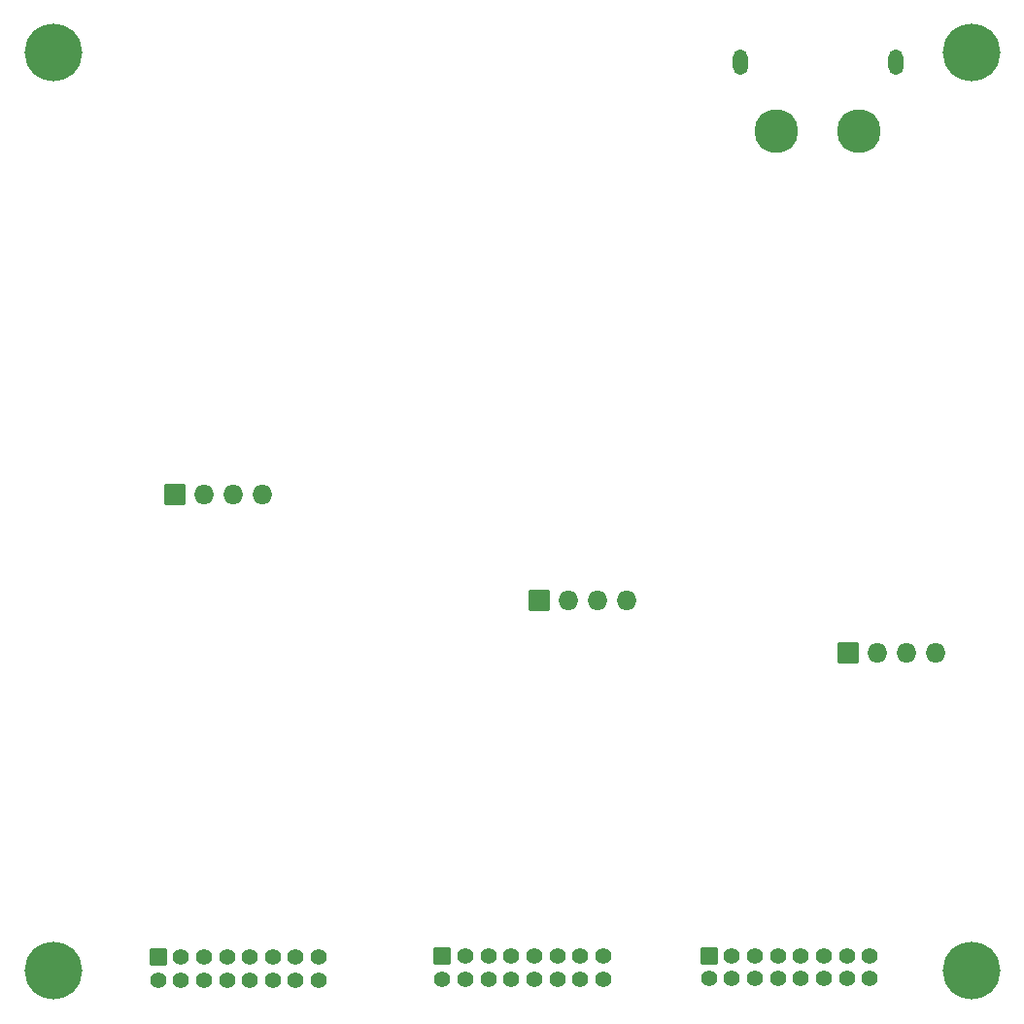
<source format=gbr>
%TF.GenerationSoftware,KiCad,Pcbnew,9.0.0*%
%TF.CreationDate,2025-06-04T12:22:04-07:00*%
%TF.ProjectId,EPS_Scales_RevD,4550535f-5363-4616-9c65-735f52657644,rev?*%
%TF.SameCoordinates,Original*%
%TF.FileFunction,Soldermask,Bot*%
%TF.FilePolarity,Negative*%
%FSLAX46Y46*%
G04 Gerber Fmt 4.6, Leading zero omitted, Abs format (unit mm)*
G04 Created by KiCad (PCBNEW 9.0.0) date 2025-06-04 12:22:04*
%MOMM*%
%LPD*%
G01*
G04 APERTURE LIST*
G04 Aperture macros list*
%AMRoundRect*
0 Rectangle with rounded corners*
0 $1 Rounding radius*
0 $2 $3 $4 $5 $6 $7 $8 $9 X,Y pos of 4 corners*
0 Add a 4 corners polygon primitive as box body*
4,1,4,$2,$3,$4,$5,$6,$7,$8,$9,$2,$3,0*
0 Add four circle primitives for the rounded corners*
1,1,$1+$1,$2,$3*
1,1,$1+$1,$4,$5*
1,1,$1+$1,$6,$7*
1,1,$1+$1,$8,$9*
0 Add four rect primitives between the rounded corners*
20,1,$1+$1,$2,$3,$4,$5,0*
20,1,$1+$1,$4,$5,$6,$7,0*
20,1,$1+$1,$6,$7,$8,$9,0*
20,1,$1+$1,$8,$9,$2,$3,0*%
G04 Aperture macros list end*
%ADD10C,5.020000*%
%ADD11RoundRect,0.010000X0.700000X0.700000X-0.700000X0.700000X-0.700000X-0.700000X0.700000X-0.700000X0*%
%ADD12C,1.420000*%
%ADD13RoundRect,0.010000X0.850000X-0.850000X0.850000X0.850000X-0.850000X0.850000X-0.850000X-0.850000X0*%
%ADD14O,1.720000X1.720000*%
%ADD15O,1.320000X2.220000*%
%ADD16C,3.820000*%
G04 APERTURE END LIST*
D10*
%TO.C,J3*%
X160012800Y-37000000D03*
%TD*%
D11*
%TO.C,CN1*%
X193941000Y-115729000D03*
D12*
X193941000Y-117729000D03*
X195941000Y-115729000D03*
X195941000Y-117729000D03*
X197941000Y-115729000D03*
X197941000Y-117729000D03*
X199941000Y-115729000D03*
X199941000Y-117729000D03*
X201941000Y-115729000D03*
X201941000Y-117729000D03*
X203941000Y-115729000D03*
X203941000Y-117729000D03*
X205941000Y-115729000D03*
X205941000Y-117729000D03*
X207941000Y-115729000D03*
X207941000Y-117729000D03*
%TD*%
D13*
%TO.C,J8*%
X229258200Y-89255200D03*
D14*
X231798200Y-89255200D03*
X234338200Y-89255200D03*
X236878200Y-89255200D03*
%TD*%
D13*
%TO.C,J7*%
X202383800Y-84709000D03*
D14*
X204923800Y-84709000D03*
X207463800Y-84709000D03*
X210003800Y-84709000D03*
%TD*%
D10*
%TO.C,J2*%
X160012800Y-117000000D03*
%TD*%
D11*
%TO.C,J6*%
X217167800Y-115696600D03*
D12*
X217167800Y-117696600D03*
X219167800Y-115696600D03*
X219167800Y-117696600D03*
X221167800Y-115696600D03*
X221167800Y-117696600D03*
X223167800Y-115696600D03*
X223167800Y-117696600D03*
X225167800Y-115696600D03*
X225167800Y-117696600D03*
X227167800Y-115696600D03*
X227167800Y-117696600D03*
X229167800Y-115696600D03*
X229167800Y-117696600D03*
X231167800Y-115696600D03*
X231167800Y-117696600D03*
%TD*%
D15*
%TO.C,U8*%
X219901000Y-37815000D03*
X233401000Y-37815000D03*
D16*
X223051000Y-43815000D03*
X230251000Y-43815000D03*
%TD*%
D11*
%TO.C,J10*%
X169157200Y-115798200D03*
D12*
X169157200Y-117798200D03*
X171157200Y-115798200D03*
X171157200Y-117798200D03*
X173157200Y-115798200D03*
X173157200Y-117798200D03*
X175157200Y-115798200D03*
X175157200Y-117798200D03*
X177157200Y-115798200D03*
X177157200Y-117798200D03*
X179157200Y-115798200D03*
X179157200Y-117798200D03*
X181157200Y-115798200D03*
X181157200Y-117798200D03*
X183157200Y-115798200D03*
X183157200Y-117798200D03*
%TD*%
D10*
%TO.C,J5*%
X240012800Y-37000000D03*
%TD*%
D13*
%TO.C,J18*%
X170596474Y-75468400D03*
D14*
X173136474Y-75468400D03*
X175676474Y-75468400D03*
X178216474Y-75468400D03*
%TD*%
D10*
%TO.C,J4*%
X240030000Y-116967000D03*
%TD*%
M02*

</source>
